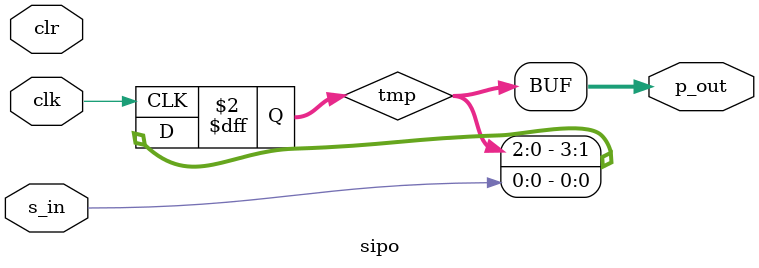
<source format=v>
`timescale 1ns / 1ps
module sipo(
input clk,s_in,clr,
output [3:0] p_out
);
reg [3:0] tmp;
always @(posedge clk)
begin
tmp = {tmp[3:0], s_in};
end
assign p_out = tmp;
endmodule
</source>
